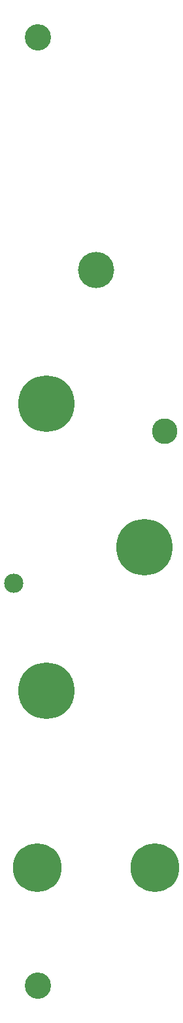
<source format=gbr>
G04 EAGLE Gerber RS-274X export*
G75*
%MOMM*%
%FSLAX34Y34*%
%LPD*%
%INSoldermask Top*%
%IPPOS*%
%AMOC8*
5,1,8,0,0,1.08239X$1,22.5*%
G01*
%ADD10C,7.303200*%
%ADD11C,6.303200*%
%ADD12C,3.403200*%
%ADD13C,3.303200*%
%ADD14C,2.493200*%
%ADD15C,4.693200*%


D10*
X86000Y782000D03*
X213000Y596000D03*
D11*
X74000Y182000D03*
X226000Y182000D03*
D12*
X75000Y30000D03*
X75000Y1255000D03*
D13*
X239000Y746000D03*
D10*
X86000Y411000D03*
D14*
X43700Y549300D03*
D15*
X150000Y954000D03*
M02*

</source>
